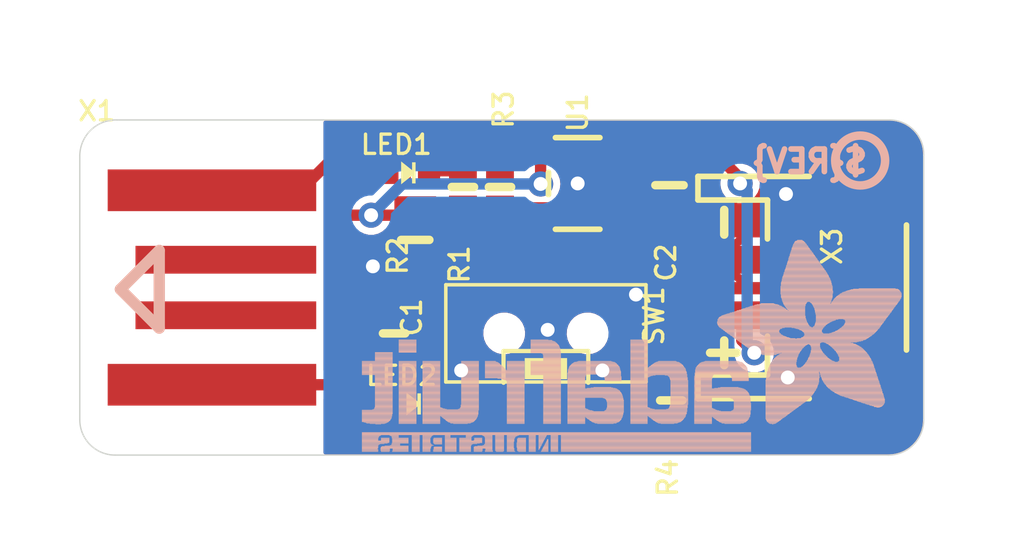
<source format=kicad_pcb>
(kicad_pcb (version 20221018) (generator pcbnew)
  (layers (0 "F.Cu" signal) (31 "B.Cu" signal) (34 "B.Paste" user) (35 "F.Paste" user) (36 "B.SilkS" user "B.Silkscreen") (37 "F.SilkS" user "F.Silkscreen") (38 "B.Mask" user) (39 "F.Mask" user) (44 "Edge.Cuts" user))
  (net 0 "")
  (net 1 "GND")
  (net 2 "N$1")
  (net 3 "N$2")
  (net 4 "VDD")
  (net 5 "VBAT")
  (net 6 "N$5")
  (net 7 "N$6")
  (net 8 "N$3")
  (net 9 "N$4")
  (footprint "working:0603-NO" (layer "F.Cu") (at 148.437396 101.384293 90)
    (fp_text reference "R3" (at 2.032 0.127 90) (layer "F.SilkS") (effects (font (size 0.692831 0.692831) (thickness 0.119969)) (justify left)))
    (fp_text value "10K")
    (pad "1" smd rect (at -0.85 0 90) (size 1.075 1) (layers "F.Cu" "F.Paste" "F.Mask") (net 8 "N$3"))
    (pad "2" smd rect (at 0.85 0 90) (size 1.075 1) (layers "F.Cu" "F.Paste" "F.Mask") (net 1 "GND"))
  )
  (footprint "working:CHIPLED_0603_NOOUTLINE" (layer "F.Cu") (at 145.325896 109.194793 -90)
    (fp_text reference "LED2" (at -1.016 1.778) (layer "F.SilkS") (effects (font (size 0.692831 0.692831) (thickness 0.119969)) (justify left)))
    (fp_text value "GREEN")
    (pad "A" smd rect (at 0 0.75 270) (size 0.8 0.8) (layers "F.Cu" "F.Paste" "F.Mask") (net 7 "N$6"))
    (pad "C" smd rect (at 0 -0.75 270) (size 0.8 0.8) (layers "F.Cu" "F.Paste" "F.Mask") (net 1 "GND"))
  )
  (footprint "working:0603-NO" (layer "F.Cu") (at 144.627396 106.654793 90)
    (fp_text reference "R2" (at 2.032 0.127 90) (layer "F.SilkS") (effects (font (size 0.692831 0.692831) (thickness 0.119969)) (justify left)))
    (fp_text value "10K")
    (pad "1" smd rect (at -0.85 0 90) (size 1.075 1) (layers "F.Cu" "F.Paste" "F.Mask") (net 7 "N$6"))
    (pad "2" smd rect (at 0.85 0 90) (size 1.075 1) (layers "F.Cu" "F.Paste" "F.Mask") (net 3 "N$2"))
  )
  (footprint "working:0805-NO" (layer "F.Cu") (at 145.389396 103.289293 -90)
    (fp_text reference "C1" (at 2.032 0.127 90) (layer "F.SilkS") (effects (font (size 0.692831 0.692831) (thickness 0.119969)) (justify right)))
    (fp_text value "10uF")
    (pad "1" smd rect (at -0.95 0 270) (size 1.24 1.5) (layers "F.Cu" "F.Paste" "F.Mask") (net 4 "VDD"))
    (pad "2" smd rect (at 0.95 0 270) (size 1.24 1.5) (layers "F.Cu" "F.Paste" "F.Mask") (net 1 "GND"))
  )
  (footprint "working:CHIPLED_0603_NOOUTLINE" (layer "F.Cu") (at 145.135396 100.876293 -90)
    (fp_text reference "LED1" (at -1.016 1.778) (layer "F.SilkS") (effects (font (size 0.692831 0.692831) (thickness 0.119969)) (justify left)))
    (fp_text value "RED")
    (pad "A" smd rect (at 0 0.75 270) (size 0.8 0.8) (layers "F.Cu" "F.Paste" "F.Mask") (net 4 "VDD"))
    (pad "C" smd rect (at 0 -0.75 270) (size 0.8 0.8) (layers "F.Cu" "F.Paste" "F.Mask") (net 2 "N$1"))
  )
  (footprint "working:PLABEL3" (layer "F.Cu") (at 157.073396 110.655293)
    (fp_text reference "PLABEL3" hide)
    (fp_text value "" hide)
  )
  (footprint "working:PLABEL1" (layer "F.Cu") (at 142.531896 110.845793)
    (fp_text reference "PLABEL1" hide)
    (fp_text value "" hide)
  )
  (footprint "working:0805-NO" (layer "F.Cu") (at 154.533396 101.320793 -90)
    (fp_text reference "C2" (at 2.032 0.127 90) (layer "F.SilkS") (effects (font (size 0.692831 0.692831) (thickness 0.119969)) (justify right)))
    (fp_text value "10uF")
    (pad "1" smd rect (at -0.95 0 270) (size 1.24 1.5) (layers "F.Cu" "F.Paste" "F.Mask") (net 5 "VBAT"))
    (pad "2" smd rect (at 0.95 0 270) (size 1.24 1.5) (layers "F.Cu" "F.Paste" "F.Mask") (net 1 "GND"))
  )
  (footprint "working:PLABEL8" (layer "F.Cu") (at 148.437396 104.368793)
    (fp_text reference "PLABEL8" hide)
    (fp_text value "" hide)
  )
  (footprint "working:0603-NO" (layer "F.Cu") (at 154.596896 109.067793 -90)
    (fp_text reference "R4" (at 2.032 0.127 90) (layer "F.SilkS") (effects (font (size 0.692831 0.692831) (thickness 0.119969)) (justify right)))
    (fp_text value "2K")
    (pad "1" smd rect (at -0.85 0 270) (size 1.075 1) (layers "F.Cu" "F.Paste" "F.Mask") (net 9 "N$4"))
    (pad "2" smd rect (at 0.85 0 270) (size 1.075 1) (layers "F.Cu" "F.Paste" "F.Mask") (net 1 "GND"))
  )
  (footprint "working:PLABEL7" (layer "F.Cu") (at 150.977396 104.368793)
    (fp_text reference "PLABEL7" hide)
    (fp_text value "" hide)
  )
  (footprint "working:FIDUCIAL_1MM" (layer "F.Cu") (at 160.819896 105.003793)
    (fp_text reference "FID1" hide)
    (fp_text value "FIDUCIAL_1MM" hide)
    (pad "1" smd roundrect (at 0 0) (size 1 1) (layers "F.Cu" "F.Mask") (roundrect_rratio 0.5))
  )
  (footprint "working:PLABEL5" (layer "F.Cu") (at 150.850396 110.020293)
    (fp_text reference "PLABEL5" hide)
    (fp_text value "" hide)
  )
  (footprint "working:PLABEL2" (layer "F.Cu") (at 155.930396 100.368293)
    (fp_text reference "PLABEL2" hide)
    (fp_text value "" hide)
  )
  (footprint "working:PLABEL0" (layer "F.Cu") (at 143.103396 100.241293)
    (fp_text reference "PLABEL0" hide)
    (fp_text value "" hide)
  )
  (footprint "working:PLABEL4" (layer "F.Cu") (at 148.500896 110.083793)
    (fp_text reference "PLABEL4" hide)
    (fp_text value "" hide)
  )
  (footprint "working:PLABEL6" (layer "F.Cu") (at 146.278396 108.178793 90)
    (fp_text reference "PLABEL6" hide)
    (fp_text value "" hide)
  )
  (footprint "working:JSTPH2_BATT" (layer "F.Cu") (at 158.406896 105.003793 -90)
    (fp_text reference "X3" (at -2.2225 -1.9685 90) (layer "F.SilkS") (effects (font (size 0.692831 0.692831) (thickness 0.119969)) (justify right)))
    (fp_text value "CON_JST_PH_2PIN_MT_BATT")
    (pad "1" smd rect (at -1 2.049 270) (size 1 4.6) (layers "F.Cu" "F.Paste" "F.Mask") (net 1 "GND"))
    (pad "2" smd rect (at 1 2.049 270) (size 1 4.6) (layers "F.Cu" "F.Paste" "F.Mask") (net 5 "VBAT"))
    (pad "NC1" smd rect (at -3.4 -3.151) (size 3.4 1.6) (layers "F.Cu" "F.Paste" "F.Mask") (net 1 "GND"))
    (pad "NC2" smd rect (at 3.4 -3.151) (size 3.4 1.6) (layers "F.Cu" "F.Paste" "F.Mask") (net 1 "GND"))
  )
  (footprint "working:USBA_PCB" (layer "F.Cu") (at 138.277396 105.003793)
    (fp_text reference "X1" (at -5.08 -6.35) (layer "F.SilkS") (effects (font (size 0.692831 0.692831) (thickness 0.119969)) (justify left)))
    (fp_text value "PCBUSB")
    (pad "GND" smd rect (at -0.2 -3.5) (size 7.5 1.5) (layers "F.Cu" "F.Mask") (net 1 "GND"))
    (pad "USB_NEG" smd rect (at 0.3 1) (size 6.5 1) (layers "F.Cu" "F.Mask"))
    (pad "USB_PLUS" smd rect (at 0.3 -1) (size 6.5 1) (layers "F.Cu" "F.Mask"))
    (pad "VCC" smd rect (at -0.2 3.5) (size 7.5 1.5) (layers "F.Cu" "F.Mask") (net 4 "VDD"))
  )
  (footprint "working:0603-NO" (layer "F.Cu") (at 147.103896 101.384293 -90)
    (fp_text reference "R1" (at 2.032 0.127 90) (layer "F.SilkS") (effects (font (size 0.692831 0.692831) (thickness 0.119969)) (justify right)))
    (fp_text value "2K")
    (pad "1" smd rect (at -0.85 0 270) (size 1.075 1) (layers "F.Cu" "F.Paste" "F.Mask") (net 2 "N$1"))
    (pad "2" smd rect (at 0.85 0 270) (size 1.075 1) (layers "F.Cu" "F.Paste" "F.Mask") (net 3 "N$2"))
  )
  (footprint "working:EG1390" (layer "F.Cu") (at 150.088396 106.654793 180)
    (fp_text reference "SW1" (at -3.886 1.764 90) (layer "F.SilkS") (effects (font (size 0.692831 0.692831) (thickness 0.119969)) (justify right)))
    (fp_text value "DPDT Switch")
    (pad "" np_thru_hole circle (at -1.5 0 180) (size 1 1) (drill 1) (layers "*.Cu" "*.Mask"))
    (pad "" np_thru_hole circle (at 1.5 0 180) (size 1 1) (drill 1) (layers "*.Cu" "*.Mask"))
    (pad "O1" smd rect (at -2.5 -2.8 180) (size 1 1.5) (layers "F.Cu" "F.Paste" "F.Mask") (net 1 "GND"))
    (pad "O2" smd rect (at -2.5 2.8 180) (size 1 1.5) (layers "F.Cu" "F.Paste" "F.Mask") (net 9 "N$4"))
    (pad "P1" smd rect (at 0 -2.8 180) (size 1 1.5) (layers "F.Cu" "F.Paste" "F.Mask") (net 1 "GND"))
    (pad "P2" smd rect (at 0 2.8 180) (size 1 1.5) (layers "F.Cu" "F.Paste" "F.Mask") (net 6 "N$5"))
    (pad "S1" smd rect (at 2.5 -2.8 180) (size 1 1.5) (layers "F.Cu" "F.Paste" "F.Mask") (net 1 "GND"))
    (pad "S2" smd rect (at 2.5 2.8 180) (size 1 1.5) (layers "F.Cu" "F.Paste" "F.Mask") (net 8 "N$3"))
  )
  (footprint "working:SOT23-5" (layer "F.Cu") (at 151.231396 101.257293 90)
    (fp_text reference "U1" (at 1.778 0 90) (layer "F.SilkS") (effects (font (size 0.692831 0.692831) (thickness 0.119969)) (justify left)))
    (fp_text value "MCP73831T-2ACI/OT")
    (pad "1" smd rect (at -0.95 1.3001 90) (size 0.55 1.2) (layers "F.Cu" "F.Paste" "F.Mask") (net 3 "N$2"))
    (pad "2" smd rect (at 0 1.3001 90) (size 0.55 1.2) (layers "F.Cu" "F.Paste" "F.Mask") (net 1 "GND"))
    (pad "3" smd rect (at 0.95 1.3001 90) (size 0.55 1.2) (layers "F.Cu" "F.Paste" "F.Mask") (net 5 "VBAT"))
    (pad "4" smd rect (at 0.95 -1.3001 90) (size 0.55 1.2) (layers "F.Cu" "F.Paste" "F.Mask") (net 4 "VDD"))
    (pad "5" smd rect (at -0.95 -1.3001 90) (size 0.55 1.2) (layers "F.Cu" "F.Paste" "F.Mask") (net 6 "N$5"))
  )
  (footprint "working:PLABEL9" (layer "B.Cu") (at 156.565396 106.083293 180)
    (fp_text reference "PLABEL9" hide)
    (fp_text value "" hide)
  )
  (footprint "working:PLABEL11" (layer "B.Cu") (at 157.835396 100.749293 180)
    (fp_text reference "PLABEL11" hide)
    (fp_text value "" hide)
  )
  (footprint "working:ADAFRUIT_TEXT_20MM" (layer "B.Cu") (at 163.042396 110.909293 180)
    (fp_text reference "U$8" hide)
    (fp_text value "" hide)
  )
  (footprint "working:PCBFEAT-REV-040" (layer "B.Cu") (at 161.391396 100.431793 180)
    (fp_text reference "U$9" hide)
    (fp_text value "" hide)
    (fp_text user "${REV}" (at -0.3556 -0.508) (layer "B.SilkS") (effects (font (size 0.8128 0.8128) (thickness 0.2032)) (justify left bottom mirror)))
  )
  (footprint "working:PLABEL10" (layer "B.Cu") (at 137.324896 104.940293 90)
    (fp_text reference "PLABEL10" hide)
    (fp_text value "" hide)
  )
  (gr_line (start 136.181896 106.464293) (end 136.181896 103.670293) (stroke (width 0.4064)) (layer "B.SilkS"))
  (gr_line (start 134.784896 105.067293) (end 136.181896 106.464293) (stroke (width 0.4064)) (layer "B.SilkS"))
  (gr_line (start 136.181896 103.670293) (end 134.784896 105.067293) (stroke (width 0.4064)) (layer "B.SilkS"))
  (gr_arc (start 134.594396 111.036293) (mid 133.69637 110.664319) (end 133.324396 109.766293) (stroke (width 0.05)) (layer "Edge.Cuts"))
  (gr_arc (start 162.470896 98.971293) (mid 163.337172 99.356419) (end 163.677396 100.241293) (stroke (width 0.05)) (layer "Edge.Cuts"))
  (gr_arc (start 133.324396 100.241293) (mid 133.72812 99.330116) (end 134.657896 98.971293) (stroke (width 0.05)) (layer "Edge.Cuts"))
  (gr_line (start 134.657896 98.971293) (end 162.470896 98.971293) (stroke (width 0.05)) (layer "Edge.Cuts"))
  (gr_arc (start 163.677396 109.766293) (mid 163.305422 110.664319) (end 162.407396 111.036293) (stroke (width 0.05)) (layer "Edge.Cuts"))
  (gr_line (start 163.677396 100.241293) (end 163.677396 109.766293) (stroke (width 0.05)) (layer "Edge.Cuts"))
  (gr_line (start 133.324396 109.766293) (end 133.324396 100.241293) (stroke (width 0.05)) (layer "Edge.Cuts"))
  (gr_line (start 162.407396 111.036293) (end 134.594396 111.036293) (stroke (width 0.05)) (layer "Edge.Cuts"))
  (gr_text "" (at 154.215896 105.130793) (layer "B.SilkS") (effects (font (size 0.87376 0.87376) (thickness 0.14224)) (justify left bottom mirror)))
  (segment (start 153.326896 101.257293) (end 154.340396 102.270793) (width 0.4064) (layer "F.Cu") (net 1))
  (segment (start 154.533396 102.270793) (end 154.533396 104.231731) (width 0.4064) (layer "F.Cu") (net 1))
  (segment (start 138.077396 101.503793) (end 141.269396 101.503793) (width 0.4064) (layer "F.Cu") (net 1))
  (segment (start 154.340396 102.270793) (end 154.533396 102.270793) (width 0.4064) (layer "F.Cu") (net 1))
  (segment (start 141.269396 101.503793) (end 142.912896 99.860293) (width 0.4064) (layer "F.Cu") (net 1))
  (segment (start 152.531496 101.257293) (end 153.326896 101.257293) (width 0.4064) (layer "F.Cu") (net 1))
  (via (at 150.151896 106.527793) (size 0.9064) (drill 0.5) (layers "F.Cu" "B.Cu") (net 1))
  (via (at 158.787896 108.242293) (size 0.9064) (drill 0.5) (layers "F.Cu" "B.Cu") (net 1))
  (via (at 153.326896 105.257793) (size 0.9064) (drill 0.5) (layers "F.Cu" "B.Cu") (net 1))
  (via (at 151.231396 101.257293) (size 0.9064) (drill 0.5) (layers "F.Cu" "B.Cu") (net 1))
  (via (at 147.040396 107.988293) (size 0.9064) (drill 0.5) (layers "F.Cu" "B.Cu") (net 1))
  (via (at 158.724396 101.638293) (size 0.9064) (drill 0.5) (layers "F.Cu" "B.Cu") (net 1))
  (via (at 152.120396 107.988293) (size 0.9064) (drill 0.5) (layers "F.Cu" "B.Cu") (net 1))
  (via (at 143.865396 104.241793) (size 0.9064) (drill 0.5) (layers "F.Cu" "B.Cu") (net 1))
  (segment (start 146.761896 100.876293) (end 147.103896 100.534293) (width 0.254) (layer "F.Cu") (net 2))
  (segment (start 145.885396 100.876293) (end 146.761896 100.876293) (width 0.254) (layer "F.Cu") (net 2))
  (segment (start 146.532396 105.384793) (end 145.960896 105.956293) (width 0.254) (layer "F.Cu") (net 3))
  (segment (start 152.531496 102.207293) (end 151.360896 102.207293) (width 0.254) (layer "F.Cu") (net 3))
  (segment (start 146.659396 105.257793) (end 146.532396 105.384793) (width 0.254) (layer "F.Cu") (net 3))
  (segment (start 151.360896 102.207293) (end 151.104396 102.463793) (width 0.254) (layer "F.Cu") (net 3))
  (segment (start 147.103896 102.234293) (end 147.103896 102.615293) (width 0.254) (layer "F.Cu") (net 3))
  (segment (start 144.778896 105.956293) (end 144.627396 105.804793) (width 0.254) (layer "F.Cu") (net 3))
  (segment (start 147.103896 102.615293) (end 146.659396 103.059793) (width 0.254) (layer "F.Cu") (net 3))
  (segment (start 150.405896 105.384793) (end 146.532396 105.384793) (width 0.254) (layer "F.Cu") (net 3))
  (segment (start 146.659396 103.059793) (end 146.659396 105.257793) (width 0.254) (layer "F.Cu") (net 3))
  (segment (start 145.960896 105.956293) (end 144.778896 105.956293) (width 0.254) (layer "F.Cu") (net 3))
  (segment (start 151.104396 102.463793) (end 151.104396 104.686293) (width 0.254) (layer "F.Cu") (net 3))
  (segment (start 151.104396 104.686293) (end 150.405896 105.384793) (width 0.254) (layer "F.Cu") (net 3))
  (segment (start 142.973896 102.400293) (end 143.801896 102.400293) (width 0.4064) (layer "F.Cu") (net 4))
  (segment (start 142.651396 108.503793) (end 138.077396 108.503793) (width 0.4064) (layer "F.Cu") (net 4))
  (segment (start 142.912896 101.384293) (end 142.912896 102.339293) (width 0.4064) (layer "F.Cu") (net 4))
  (segment (start 145.328396 102.400293) (end 145.389396 102.339293) (width 0.4064) (layer "F.Cu") (net 4))
  (segment (start 143.801896 102.400293) (end 145.328396 102.400293) (width 0.4064) (layer "F.Cu") (net 4))
  (segment (start 142.912896 102.339293) (end 142.973896 102.400293) (width 0.4064) (layer "F.Cu") (net 4))
  (segment (start 144.385396 100.876293) (end 143.420896 100.876293) (width 0.4064) (layer "F.Cu") (net 4))
  (segment (start 149.897896 101.275893) (end 149.897896 100.340693) (width 0.4064) (layer "F.Cu") (net 4))
  (segment (start 142.912896 108.24229) (end 142.651396 108.503793) (width 0.4064) (layer "F.Cu") (net 4))
  (segment (start 142.912896 102.339293) (end 142.912896 108.24229) (width 0.4064) (layer "F.Cu") (net 4))
  (segment (start 143.420896 100.876293) (end 142.912896 101.384293) (width 0.4064) (layer "F.Cu") (net 4))
  (segment (start 149.897896 100.340693) (end 149.931296 100.307293) (width 0.4064) (layer "F.Cu") (net 4))
  (via (at 143.801896 102.400293) (size 0.9064) (drill 0.5) (layers "F.Cu" "B.Cu") (net 4))
  (via (at 149.897896 101.275893) (size 0.9064) (drill 0.5) (layers "F.Cu" "B.Cu") (net 4))
  (segment (start 143.801896 102.400293) (end 144.926296 101.275893) (width 0.4064) (layer "B.Cu") (net 4))
  (segment (start 144.926296 101.275893) (end 149.897896 101.275893) (width 0.4064) (layer "B.Cu") (net 4))
  (segment (start 156.993896 106.003793) (end 156.357896 106.003793) (width 0.4064) (layer "F.Cu") (net 5))
  (segment (start 152.531496 100.307293) (end 154.469896 100.307293) (width 0.4064) (layer "F.Cu") (net 5))
  (segment (start 157.073396 101.257293) (end 157.073396 101.066793) (width 0.4064) (layer "F.Cu") (net 5))
  (segment (start 154.469896 100.307293) (end 154.533396 100.370793) (width 0.4064) (layer "F.Cu") (net 5))
  (segment (start 154.533396 100.370793) (end 156.377396 100.370793) (width 0.4064) (layer "F.Cu") (net 5))
  (segment (start 157.073396 101.066793) (end 156.377396 100.370793) (width 0.4064) (layer "F.Cu") (net 5))
  (segment (start 157.136896 106.908793) (end 157.136896 106.146793) (width 0.4064) (layer "F.Cu") (net 5))
  (segment (start 157.136896 106.146793) (end 156.993896 106.003793) (width 0.4064) (layer "F.Cu") (net 5))
  (segment (start 157.581396 107.353293) (end 157.136896 106.908793) (width 0.4064) (layer "F.Cu") (net 5))
  (via (at 157.073396 101.257293) (size 0.9064) (drill 0.5) (layers "F.Cu" "B.Cu") (net 5))
  (via (at 157.581396 107.353293) (size 0.9064) (drill 0.5) (layers "F.Cu" "B.Cu") (net 5))
  (segment (start 157.073396 101.257293) (end 157.327396 101.511293) (width 0.4064) (layer "B.Cu") (net 5))
  (segment (start 157.327396 107.099293) (end 157.581396 107.353293) (width 0.4064) (layer "B.Cu") (net 5))
  (segment (start 157.327396 101.511293) (end 157.327396 107.099293) (width 0.4064) (layer "B.Cu") (net 5))
  (segment (start 149.931296 103.697693) (end 150.088396 103.854793) (width 0.254) (layer "F.Cu") (net 6))
  (segment (start 149.931296 102.207293) (end 149.931296 103.697693) (width 0.254) (layer "F.Cu") (net 6))
  (segment (start 144.575896 107.556293) (end 144.575896 109.194793) (width 0.254) (layer "F.Cu") (net 7))
  (segment (start 144.627396 107.504793) (end 144.575896 107.556293) (width 0.254) (layer "F.Cu") (net 7))
  (segment (start 148.437396 102.234293) (end 148.437396 103.005793) (width 0.254) (layer "F.Cu") (net 8))
  (segment (start 148.437396 103.005793) (end 147.588396 103.854793) (width 0.254) (layer "F.Cu") (net 8))
  (segment (start 154.254896 108.217793) (end 152.461396 106.424293) (width 0.254) (layer "F.Cu") (net 9))
  (segment (start 154.596896 108.217793) (end 154.254896 108.217793) (width 0.254) (layer "F.Cu") (net 9))
  (segment (start 152.461396 103.981793) (end 152.461396 106.424293) (width 0.254) (layer "F.Cu") (net 9))
  (segment (start 152.461396 103.981793) (end 152.588396 103.854793) (width 0.254) (layer "F.Cu") (net 9))
  (zone (net 1) (net_name "GND") (layer "F.Cu") (priority 6) (connect_pads (clearance 0.254)) (min_thickness 0.127) (fill yes (thermal_gap 0.304) (thermal_bridge_width 0.304))
    (polygon (pts (xy 163.804396 111.163293) (xy 142.087396 111.163293) (xy 142.087396 98.844293) (xy 163.804396 98.844293)))
  )
  (zone (net 1) (net_name "GND") (layer "B.Cu") (priority 6) (connect_pads (clearance 0.254)) (min_thickness 0.127) (fill yes (thermal_gap 0.304) (thermal_bridge_width 0.304))
    (polygon (pts (xy 163.804396 111.163293) (xy 142.087396 111.163293) (xy 142.087396 98.844293) (xy 163.804396 98.844293)))
  )
)
</source>
